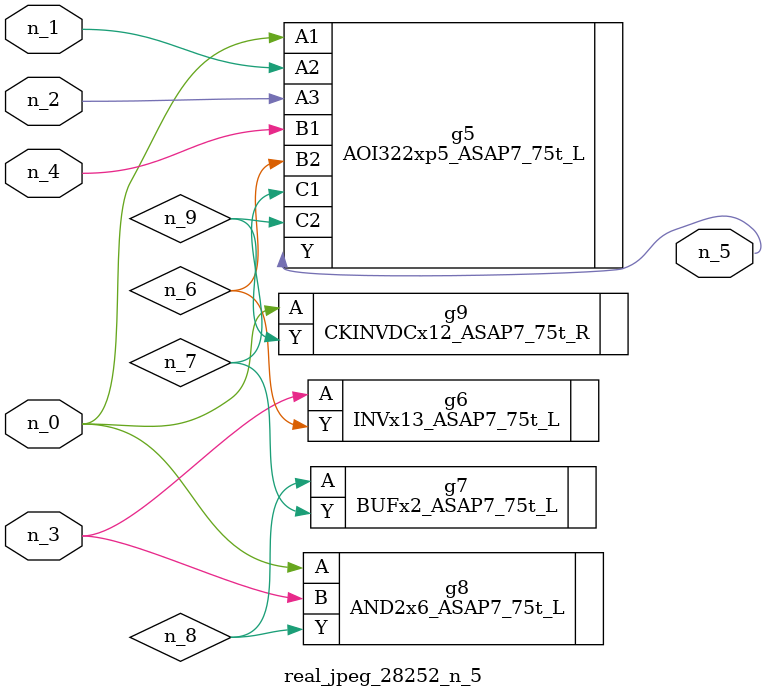
<source format=v>
module real_jpeg_28252_n_5 (n_4, n_0, n_1, n_2, n_3, n_5);

input n_4;
input n_0;
input n_1;
input n_2;
input n_3;

output n_5;

wire n_8;
wire n_6;
wire n_7;
wire n_9;

AOI322xp5_ASAP7_75t_L g5 ( 
.A1(n_0),
.A2(n_1),
.A3(n_2),
.B1(n_4),
.B2(n_6),
.C1(n_7),
.C2(n_9),
.Y(n_5)
);

AND2x6_ASAP7_75t_L g8 ( 
.A(n_0),
.B(n_3),
.Y(n_8)
);

CKINVDCx12_ASAP7_75t_R g9 ( 
.A(n_0),
.Y(n_9)
);

INVx13_ASAP7_75t_L g6 ( 
.A(n_3),
.Y(n_6)
);

BUFx2_ASAP7_75t_L g7 ( 
.A(n_8),
.Y(n_7)
);


endmodule
</source>
